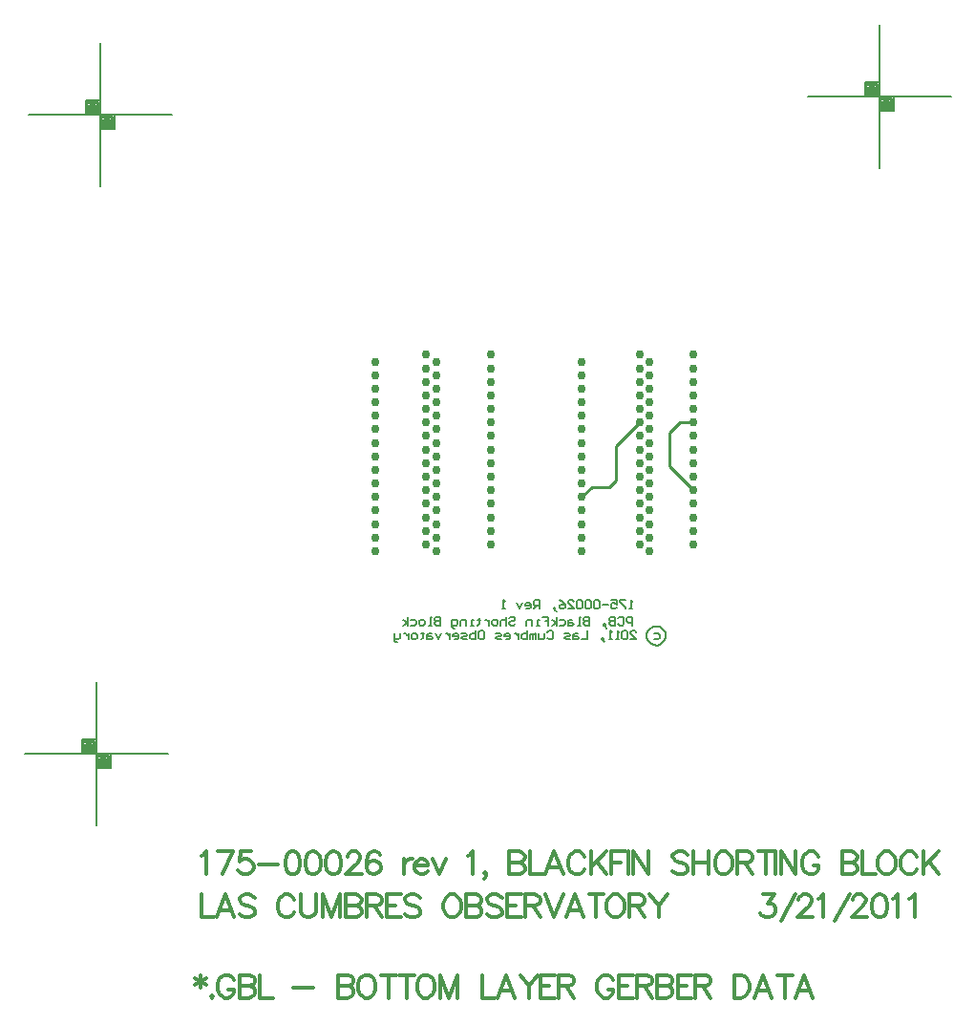
<source format=gbl>
%FSLAX23Y23*%
%MOIN*%
G70*
G01*
G75*
G04 Layer_Physical_Order=2*
G04 Layer_Color=16711680*
%ADD10R,0.067X0.014*%
%ADD11C,0.010*%
%ADD12C,0.012*%
%ADD13C,0.008*%
%ADD14C,0.012*%
%ADD15C,0.012*%
%ADD16C,0.030*%
%ADD17C,0.007*%
%ADD18C,0.005*%
D11*
X16062Y10649D02*
X16097Y10684D01*
X16156D01*
X16180Y10708D01*
Y10826D01*
X16263Y10909D01*
X16404D02*
X16451D01*
X16369Y10873D02*
X16404Y10909D01*
X16369Y10755D02*
Y10873D01*
Y10755D02*
X16451Y10673D01*
D12*
X14731Y8981D02*
Y8935D01*
X14712Y8970D02*
X14750Y8947D01*
Y8970D02*
X14712Y8947D01*
X14770Y8909D02*
X14766Y8905D01*
X14770Y8901D01*
X14774Y8905D01*
X14770Y8909D01*
X14848Y8962D02*
X14844Y8970D01*
X14837Y8977D01*
X14829Y8981D01*
X14814D01*
X14806Y8977D01*
X14799Y8970D01*
X14795Y8962D01*
X14791Y8951D01*
Y8931D01*
X14795Y8920D01*
X14799Y8912D01*
X14806Y8905D01*
X14814Y8901D01*
X14829D01*
X14837Y8905D01*
X14844Y8912D01*
X14848Y8920D01*
Y8931D01*
X14829D02*
X14848D01*
X14867Y8981D02*
Y8901D01*
Y8981D02*
X14901D01*
X14912Y8977D01*
X14916Y8973D01*
X14920Y8966D01*
Y8958D01*
X14916Y8951D01*
X14912Y8947D01*
X14901Y8943D01*
X14867D02*
X14901D01*
X14912Y8939D01*
X14916Y8935D01*
X14920Y8928D01*
Y8916D01*
X14916Y8909D01*
X14912Y8905D01*
X14901Y8901D01*
X14867D01*
X14938Y8981D02*
Y8901D01*
X14983D01*
X15055Y8935D02*
X15124D01*
X15210Y8981D02*
Y8901D01*
Y8981D02*
X15244D01*
X15256Y8977D01*
X15260Y8973D01*
X15263Y8966D01*
Y8958D01*
X15260Y8951D01*
X15256Y8947D01*
X15244Y8943D01*
X15210D02*
X15244D01*
X15256Y8939D01*
X15260Y8935D01*
X15263Y8928D01*
Y8916D01*
X15260Y8909D01*
X15256Y8905D01*
X15244Y8901D01*
X15210D01*
X15304Y8981D02*
X15297Y8977D01*
X15289Y8970D01*
X15285Y8962D01*
X15281Y8951D01*
Y8931D01*
X15285Y8920D01*
X15289Y8912D01*
X15297Y8905D01*
X15304Y8901D01*
X15319D01*
X15327Y8905D01*
X15335Y8912D01*
X15338Y8920D01*
X15342Y8931D01*
Y8951D01*
X15338Y8962D01*
X15335Y8970D01*
X15327Y8977D01*
X15319Y8981D01*
X15304D01*
X15388D02*
Y8901D01*
X15361Y8981D02*
X15414D01*
X15450D02*
Y8901D01*
X15424Y8981D02*
X15477D01*
X15509D02*
X15502Y8977D01*
X15494Y8970D01*
X15490Y8962D01*
X15487Y8951D01*
Y8931D01*
X15490Y8920D01*
X15494Y8912D01*
X15502Y8905D01*
X15509Y8901D01*
X15525D01*
X15532Y8905D01*
X15540Y8912D01*
X15544Y8920D01*
X15548Y8931D01*
Y8951D01*
X15544Y8962D01*
X15540Y8970D01*
X15532Y8977D01*
X15525Y8981D01*
X15509D01*
X15566D02*
Y8901D01*
Y8981D02*
X15597Y8901D01*
X15627Y8981D02*
X15597Y8901D01*
X15627Y8981D02*
Y8901D01*
X15713Y8981D02*
Y8901D01*
X15759D01*
X15828D02*
X15798Y8981D01*
X15767Y8901D01*
X15779Y8928D02*
X15817D01*
X15847Y8981D02*
X15877Y8943D01*
Y8901D01*
X15908Y8981D02*
X15877Y8943D01*
X15968Y8981D02*
X15918D01*
Y8901D01*
X15968D01*
X15918Y8943D02*
X15949D01*
X15981Y8981D02*
Y8901D01*
Y8981D02*
X16015D01*
X16027Y8977D01*
X16030Y8973D01*
X16034Y8966D01*
Y8958D01*
X16030Y8951D01*
X16027Y8947D01*
X16015Y8943D01*
X15981D01*
X16008D02*
X16034Y8901D01*
X16172Y8962D02*
X16168Y8970D01*
X16161Y8977D01*
X16153Y8981D01*
X16138D01*
X16130Y8977D01*
X16123Y8970D01*
X16119Y8962D01*
X16115Y8951D01*
Y8931D01*
X16119Y8920D01*
X16123Y8912D01*
X16130Y8905D01*
X16138Y8901D01*
X16153D01*
X16161Y8905D01*
X16168Y8912D01*
X16172Y8920D01*
Y8931D01*
X16153D02*
X16172D01*
X16240Y8981D02*
X16190D01*
Y8901D01*
X16240D01*
X16190Y8943D02*
X16221D01*
X16253Y8981D02*
Y8901D01*
Y8981D02*
X16288D01*
X16299Y8977D01*
X16303Y8973D01*
X16307Y8966D01*
Y8958D01*
X16303Y8951D01*
X16299Y8947D01*
X16288Y8943D01*
X16253D01*
X16280D02*
X16307Y8901D01*
X16325Y8981D02*
Y8901D01*
Y8981D02*
X16359D01*
X16370Y8977D01*
X16374Y8973D01*
X16378Y8966D01*
Y8958D01*
X16374Y8951D01*
X16370Y8947D01*
X16359Y8943D01*
X16325D02*
X16359D01*
X16370Y8939D01*
X16374Y8935D01*
X16378Y8928D01*
Y8916D01*
X16374Y8909D01*
X16370Y8905D01*
X16359Y8901D01*
X16325D01*
X16445Y8981D02*
X16396D01*
Y8901D01*
X16445D01*
X16396Y8943D02*
X16426D01*
X16459Y8981D02*
Y8901D01*
Y8981D02*
X16493D01*
X16504Y8977D01*
X16508Y8973D01*
X16512Y8966D01*
Y8958D01*
X16508Y8951D01*
X16504Y8947D01*
X16493Y8943D01*
X16459D01*
X16485D02*
X16512Y8901D01*
X16593Y8981D02*
Y8901D01*
Y8981D02*
X16619D01*
X16631Y8977D01*
X16638Y8970D01*
X16642Y8962D01*
X16646Y8951D01*
Y8931D01*
X16642Y8920D01*
X16638Y8912D01*
X16631Y8905D01*
X16619Y8901D01*
X16593D01*
X16725D02*
X16694Y8981D01*
X16664Y8901D01*
X16675Y8928D02*
X16713D01*
X16770Y8981D02*
Y8901D01*
X16743Y8981D02*
X16797D01*
X16867Y8901D02*
X16837Y8981D01*
X16806Y8901D01*
X16818Y8928D02*
X16856D01*
D13*
X14130Y11983D02*
X14630D01*
X14380Y11733D02*
Y12233D01*
X14330Y11983D02*
Y12033D01*
X14380D01*
X14430Y11933D02*
Y11983D01*
X14380Y11933D02*
X14430D01*
X14385Y11978D02*
X14425D01*
Y11938D02*
Y11978D01*
X14385Y11938D02*
X14425D01*
X14385D02*
Y11978D01*
X14390Y11973D02*
X14420D01*
Y11943D02*
Y11973D01*
X14390Y11943D02*
X14420D01*
X14390D02*
Y11968D01*
X14395D02*
X14415D01*
Y11948D02*
Y11968D01*
X14395Y11948D02*
X14415D01*
X14395D02*
Y11963D01*
X14400D02*
X14410D01*
Y11953D02*
Y11963D01*
X14400Y11953D02*
X14410D01*
X14400D02*
Y11963D01*
Y11958D02*
X14410D01*
X14335Y12028D02*
X14375D01*
Y11988D02*
Y12028D01*
X14335Y11988D02*
X14375D01*
X14335D02*
Y12028D01*
X14340Y12023D02*
X14370D01*
Y11993D02*
Y12023D01*
X14340Y11993D02*
X14370D01*
X14340D02*
Y12018D01*
X14345D02*
X14365D01*
Y11998D02*
Y12018D01*
X14345Y11998D02*
X14365D01*
X14345D02*
Y12013D01*
X14350D02*
X14360D01*
Y12003D02*
Y12013D01*
X14350Y12003D02*
X14360D01*
X14350D02*
Y12013D01*
Y12008D02*
X14360D01*
X16850Y12046D02*
X17350D01*
X17100Y11796D02*
Y12296D01*
X17050Y12046D02*
Y12096D01*
X17100D01*
X17150Y11996D02*
Y12046D01*
X17100Y11996D02*
X17150D01*
X17105Y12041D02*
X17145D01*
Y12001D02*
Y12041D01*
X17105Y12001D02*
X17145D01*
X17105D02*
Y12041D01*
X17110Y12036D02*
X17140D01*
Y12006D02*
Y12036D01*
X17110Y12006D02*
X17140D01*
X17110D02*
Y12031D01*
X17115D02*
X17135D01*
Y12011D02*
Y12031D01*
X17115Y12011D02*
X17135D01*
X17115D02*
Y12026D01*
X17120D02*
X17130D01*
Y12016D02*
Y12026D01*
X17120Y12016D02*
X17130D01*
X17120D02*
Y12026D01*
Y12021D02*
X17130D01*
X17055Y12091D02*
X17095D01*
Y12051D02*
Y12091D01*
X17055Y12051D02*
X17095D01*
X17055D02*
Y12091D01*
X17060Y12086D02*
X17090D01*
Y12056D02*
Y12086D01*
X17060Y12056D02*
X17090D01*
X17060D02*
Y12081D01*
X17065D02*
X17085D01*
Y12061D02*
Y12081D01*
X17065Y12061D02*
X17085D01*
X17065D02*
Y12076D01*
X17070D02*
X17080D01*
Y12066D02*
Y12076D01*
X17070Y12066D02*
X17080D01*
X17070D02*
Y12076D01*
Y12071D02*
X17080D01*
X14116Y9752D02*
X14616D01*
X14366Y9502D02*
Y10002D01*
X14316Y9752D02*
Y9802D01*
X14366D01*
X14416Y9702D02*
Y9752D01*
X14366Y9702D02*
X14416D01*
X14371Y9747D02*
X14411D01*
Y9707D02*
Y9747D01*
X14371Y9707D02*
X14411D01*
X14371D02*
Y9747D01*
X14376Y9742D02*
X14406D01*
Y9712D02*
Y9742D01*
X14376Y9712D02*
X14406D01*
X14376D02*
Y9737D01*
X14381D02*
X14401D01*
Y9717D02*
Y9737D01*
X14381Y9717D02*
X14401D01*
X14381D02*
Y9732D01*
X14386D02*
X14396D01*
Y9722D02*
Y9732D01*
X14386Y9722D02*
X14396D01*
X14386D02*
Y9732D01*
Y9727D02*
X14396D01*
X14321Y9797D02*
X14361D01*
Y9757D02*
Y9797D01*
X14321Y9757D02*
X14361D01*
X14321D02*
Y9797D01*
X14326Y9792D02*
X14356D01*
Y9762D02*
Y9792D01*
X14326Y9762D02*
X14356D01*
X14326D02*
Y9787D01*
X14331D02*
X14351D01*
Y9767D02*
Y9787D01*
X14331Y9767D02*
X14351D01*
X14331D02*
Y9782D01*
X14336D02*
X14346D01*
Y9772D02*
Y9782D01*
X14336Y9772D02*
X14346D01*
X14336D02*
Y9782D01*
Y9777D02*
X14346D01*
D14*
X14733Y9262D02*
Y9182D01*
X14778D01*
X14848D02*
X14817Y9262D01*
X14787Y9182D01*
X14798Y9208D02*
X14837D01*
X14920Y9250D02*
X14912Y9258D01*
X14901Y9262D01*
X14886D01*
X14874Y9258D01*
X14867Y9250D01*
Y9243D01*
X14870Y9235D01*
X14874Y9231D01*
X14882Y9227D01*
X14905Y9220D01*
X14912Y9216D01*
X14916Y9212D01*
X14920Y9204D01*
Y9193D01*
X14912Y9185D01*
X14901Y9182D01*
X14886D01*
X14874Y9185D01*
X14867Y9193D01*
X15058Y9243D02*
X15054Y9250D01*
X15046Y9258D01*
X15039Y9262D01*
X15024D01*
X15016Y9258D01*
X15008Y9250D01*
X15005Y9243D01*
X15001Y9231D01*
Y9212D01*
X15005Y9201D01*
X15008Y9193D01*
X15016Y9185D01*
X15024Y9182D01*
X15039D01*
X15046Y9185D01*
X15054Y9193D01*
X15058Y9201D01*
X15080Y9262D02*
Y9204D01*
X15084Y9193D01*
X15092Y9185D01*
X15103Y9182D01*
X15111D01*
X15122Y9185D01*
X15130Y9193D01*
X15134Y9204D01*
Y9262D01*
X15156D02*
Y9182D01*
Y9262D02*
X15186Y9182D01*
X15217Y9262D02*
X15186Y9182D01*
X15217Y9262D02*
Y9182D01*
X15239Y9262D02*
Y9182D01*
Y9262D02*
X15274D01*
X15285Y9258D01*
X15289Y9254D01*
X15293Y9246D01*
Y9239D01*
X15289Y9231D01*
X15285Y9227D01*
X15274Y9223D01*
X15239D02*
X15274D01*
X15285Y9220D01*
X15289Y9216D01*
X15293Y9208D01*
Y9197D01*
X15289Y9189D01*
X15285Y9185D01*
X15274Y9182D01*
X15239D01*
X15311Y9262D02*
Y9182D01*
Y9262D02*
X15345D01*
X15356Y9258D01*
X15360Y9254D01*
X15364Y9246D01*
Y9239D01*
X15360Y9231D01*
X15356Y9227D01*
X15345Y9223D01*
X15311D01*
X15337D02*
X15364Y9182D01*
X15431Y9262D02*
X15382D01*
Y9182D01*
X15431D01*
X15382Y9223D02*
X15412D01*
X15498Y9250D02*
X15490Y9258D01*
X15479Y9262D01*
X15464D01*
X15452Y9258D01*
X15445Y9250D01*
Y9243D01*
X15449Y9235D01*
X15452Y9231D01*
X15460Y9227D01*
X15483Y9220D01*
X15490Y9216D01*
X15494Y9212D01*
X15498Y9204D01*
Y9193D01*
X15490Y9185D01*
X15479Y9182D01*
X15464D01*
X15452Y9185D01*
X15445Y9193D01*
X15602Y9262D02*
X15594Y9258D01*
X15586Y9250D01*
X15583Y9243D01*
X15579Y9231D01*
Y9212D01*
X15583Y9201D01*
X15586Y9193D01*
X15594Y9185D01*
X15602Y9182D01*
X15617D01*
X15625Y9185D01*
X15632Y9193D01*
X15636Y9201D01*
X15640Y9212D01*
Y9231D01*
X15636Y9243D01*
X15632Y9250D01*
X15625Y9258D01*
X15617Y9262D01*
X15602D01*
X15658D02*
Y9182D01*
Y9262D02*
X15693D01*
X15704Y9258D01*
X15708Y9254D01*
X15712Y9246D01*
Y9239D01*
X15708Y9231D01*
X15704Y9227D01*
X15693Y9223D01*
X15658D02*
X15693D01*
X15704Y9220D01*
X15708Y9216D01*
X15712Y9208D01*
Y9197D01*
X15708Y9189D01*
X15704Y9185D01*
X15693Y9182D01*
X15658D01*
X15783Y9250D02*
X15775Y9258D01*
X15764Y9262D01*
X15749D01*
X15737Y9258D01*
X15730Y9250D01*
Y9243D01*
X15733Y9235D01*
X15737Y9231D01*
X15745Y9227D01*
X15768Y9220D01*
X15775Y9216D01*
X15779Y9212D01*
X15783Y9204D01*
Y9193D01*
X15775Y9185D01*
X15764Y9182D01*
X15749D01*
X15737Y9185D01*
X15730Y9193D01*
X15850Y9262D02*
X15801D01*
Y9182D01*
X15850D01*
X15801Y9223D02*
X15831D01*
X15864Y9262D02*
Y9182D01*
Y9262D02*
X15898D01*
X15909Y9258D01*
X15913Y9254D01*
X15917Y9246D01*
Y9239D01*
X15913Y9231D01*
X15909Y9227D01*
X15898Y9223D01*
X15864D01*
X15890D02*
X15917Y9182D01*
X15935Y9262D02*
X15965Y9182D01*
X15996Y9262D02*
X15965Y9182D01*
X16067D02*
X16037Y9262D01*
X16006Y9182D01*
X16018Y9208D02*
X16056D01*
X16112Y9262D02*
Y9182D01*
X16086Y9262D02*
X16139D01*
X16171D02*
X16164Y9258D01*
X16156Y9250D01*
X16152Y9243D01*
X16149Y9231D01*
Y9212D01*
X16152Y9201D01*
X16156Y9193D01*
X16164Y9185D01*
X16171Y9182D01*
X16187D01*
X16194Y9185D01*
X16202Y9193D01*
X16206Y9201D01*
X16210Y9212D01*
Y9231D01*
X16206Y9243D01*
X16202Y9250D01*
X16194Y9258D01*
X16187Y9262D01*
X16171D01*
X16228D02*
Y9182D01*
Y9262D02*
X16263D01*
X16274Y9258D01*
X16278Y9254D01*
X16282Y9246D01*
Y9239D01*
X16278Y9231D01*
X16274Y9227D01*
X16263Y9223D01*
X16228D01*
X16255D02*
X16282Y9182D01*
X16299Y9262D02*
X16330Y9223D01*
Y9182D01*
X16360Y9262D02*
X16330Y9223D01*
X16693Y9262D02*
X16734D01*
X16712Y9231D01*
X16723D01*
X16731Y9227D01*
X16734Y9223D01*
X16738Y9212D01*
Y9204D01*
X16734Y9193D01*
X16727Y9185D01*
X16715Y9182D01*
X16704D01*
X16693Y9185D01*
X16689Y9189D01*
X16685Y9197D01*
X16756Y9170D02*
X16809Y9262D01*
X16819Y9243D02*
Y9246D01*
X16822Y9254D01*
X16826Y9258D01*
X16834Y9262D01*
X16849D01*
X16857Y9258D01*
X16860Y9254D01*
X16864Y9246D01*
Y9239D01*
X16860Y9231D01*
X16853Y9220D01*
X16815Y9182D01*
X16868D01*
X16886Y9246D02*
X16894Y9250D01*
X16905Y9262D01*
Y9182D01*
X16945Y9170D02*
X16998Y9262D01*
X17007Y9243D02*
Y9246D01*
X17011Y9254D01*
X17015Y9258D01*
X17022Y9262D01*
X17038D01*
X17045Y9258D01*
X17049Y9254D01*
X17053Y9246D01*
Y9239D01*
X17049Y9231D01*
X17041Y9220D01*
X17003Y9182D01*
X17057D01*
X17097Y9262D02*
X17086Y9258D01*
X17078Y9246D01*
X17075Y9227D01*
Y9216D01*
X17078Y9197D01*
X17086Y9185D01*
X17097Y9182D01*
X17105D01*
X17116Y9185D01*
X17124Y9197D01*
X17128Y9216D01*
Y9227D01*
X17124Y9246D01*
X17116Y9258D01*
X17105Y9262D01*
X17097D01*
X17146Y9246D02*
X17153Y9250D01*
X17165Y9262D01*
Y9182D01*
X17204Y9246D02*
X17212Y9250D01*
X17223Y9262D01*
Y9182D01*
D15*
X14733Y9396D02*
X14740Y9400D01*
X14752Y9412D01*
Y9332D01*
X14845Y9412D02*
X14806Y9332D01*
X14791Y9412D02*
X14845D01*
X14908D02*
X14870D01*
X14866Y9377D01*
X14870Y9381D01*
X14881Y9385D01*
X14893D01*
X14904Y9381D01*
X14912Y9373D01*
X14916Y9362D01*
Y9354D01*
X14912Y9343D01*
X14904Y9335D01*
X14893Y9332D01*
X14881D01*
X14870Y9335D01*
X14866Y9339D01*
X14862Y9347D01*
X14934Y9366D02*
X15002D01*
X15049Y9412D02*
X15037Y9408D01*
X15030Y9396D01*
X15026Y9377D01*
Y9366D01*
X15030Y9347D01*
X15037Y9335D01*
X15049Y9332D01*
X15056D01*
X15068Y9335D01*
X15075Y9347D01*
X15079Y9366D01*
Y9377D01*
X15075Y9396D01*
X15068Y9408D01*
X15056Y9412D01*
X15049D01*
X15120D02*
X15108Y9408D01*
X15101Y9396D01*
X15097Y9377D01*
Y9366D01*
X15101Y9347D01*
X15108Y9335D01*
X15120Y9332D01*
X15128D01*
X15139Y9335D01*
X15147Y9347D01*
X15150Y9366D01*
Y9377D01*
X15147Y9396D01*
X15139Y9408D01*
X15128Y9412D01*
X15120D01*
X15191D02*
X15180Y9408D01*
X15172Y9396D01*
X15168Y9377D01*
Y9366D01*
X15172Y9347D01*
X15180Y9335D01*
X15191Y9332D01*
X15199D01*
X15210Y9335D01*
X15218Y9347D01*
X15222Y9366D01*
Y9377D01*
X15218Y9396D01*
X15210Y9408D01*
X15199Y9412D01*
X15191D01*
X15243Y9393D02*
Y9396D01*
X15247Y9404D01*
X15251Y9408D01*
X15259Y9412D01*
X15274D01*
X15281Y9408D01*
X15285Y9404D01*
X15289Y9396D01*
Y9389D01*
X15285Y9381D01*
X15278Y9370D01*
X15239Y9332D01*
X15293D01*
X15356Y9400D02*
X15353Y9408D01*
X15341Y9412D01*
X15334D01*
X15322Y9408D01*
X15315Y9396D01*
X15311Y9377D01*
Y9358D01*
X15315Y9343D01*
X15322Y9335D01*
X15334Y9332D01*
X15337D01*
X15349Y9335D01*
X15356Y9343D01*
X15360Y9354D01*
Y9358D01*
X15356Y9370D01*
X15349Y9377D01*
X15337Y9381D01*
X15334D01*
X15322Y9377D01*
X15315Y9370D01*
X15311Y9358D01*
X15441Y9385D02*
Y9332D01*
Y9362D02*
X15444Y9373D01*
X15452Y9381D01*
X15460Y9385D01*
X15471D01*
X15478Y9362D02*
X15524D01*
Y9370D01*
X15520Y9377D01*
X15516Y9381D01*
X15509Y9385D01*
X15497D01*
X15490Y9381D01*
X15482Y9373D01*
X15478Y9362D01*
Y9354D01*
X15482Y9343D01*
X15490Y9335D01*
X15497Y9332D01*
X15509D01*
X15516Y9335D01*
X15524Y9343D01*
X15541Y9385D02*
X15564Y9332D01*
X15587Y9385D02*
X15564Y9332D01*
X15663Y9396D02*
X15670Y9400D01*
X15682Y9412D01*
Y9332D01*
X15729Y9335D02*
X15725Y9332D01*
X15721Y9335D01*
X15725Y9339D01*
X15729Y9335D01*
Y9328D01*
X15725Y9320D01*
X15721Y9316D01*
X15809Y9412D02*
Y9332D01*
Y9412D02*
X15844D01*
X15855Y9408D01*
X15859Y9404D01*
X15863Y9396D01*
Y9389D01*
X15859Y9381D01*
X15855Y9377D01*
X15844Y9373D01*
X15809D02*
X15844D01*
X15855Y9370D01*
X15859Y9366D01*
X15863Y9358D01*
Y9347D01*
X15859Y9339D01*
X15855Y9335D01*
X15844Y9332D01*
X15809D01*
X15881Y9412D02*
Y9332D01*
X15926D01*
X15996D02*
X15965Y9412D01*
X15935Y9332D01*
X15946Y9358D02*
X15984D01*
X16072Y9393D02*
X16068Y9400D01*
X16060Y9408D01*
X16053Y9412D01*
X16037D01*
X16030Y9408D01*
X16022Y9400D01*
X16018Y9393D01*
X16015Y9381D01*
Y9362D01*
X16018Y9351D01*
X16022Y9343D01*
X16030Y9335D01*
X16037Y9332D01*
X16053D01*
X16060Y9335D01*
X16068Y9343D01*
X16072Y9351D01*
X16094Y9412D02*
Y9332D01*
X16147Y9412D02*
X16094Y9358D01*
X16113Y9377D02*
X16147Y9332D01*
X16165Y9412D02*
Y9332D01*
Y9412D02*
X16215D01*
X16165Y9373D02*
X16196D01*
X16224Y9412D02*
Y9332D01*
X16241Y9412D02*
Y9332D01*
Y9412D02*
X16294Y9332D01*
Y9412D02*
Y9332D01*
X16432Y9400D02*
X16425Y9408D01*
X16413Y9412D01*
X16398D01*
X16387Y9408D01*
X16379Y9400D01*
Y9393D01*
X16383Y9385D01*
X16387Y9381D01*
X16394Y9377D01*
X16417Y9370D01*
X16425Y9366D01*
X16429Y9362D01*
X16432Y9354D01*
Y9343D01*
X16425Y9335D01*
X16413Y9332D01*
X16398D01*
X16387Y9335D01*
X16379Y9343D01*
X16450Y9412D02*
Y9332D01*
X16504Y9412D02*
Y9332D01*
X16450Y9373D02*
X16504D01*
X16549Y9412D02*
X16541Y9408D01*
X16533Y9400D01*
X16530Y9393D01*
X16526Y9381D01*
Y9362D01*
X16530Y9351D01*
X16533Y9343D01*
X16541Y9335D01*
X16549Y9332D01*
X16564D01*
X16571Y9335D01*
X16579Y9343D01*
X16583Y9351D01*
X16587Y9362D01*
Y9381D01*
X16583Y9393D01*
X16579Y9400D01*
X16571Y9408D01*
X16564Y9412D01*
X16549D01*
X16605D02*
Y9332D01*
Y9412D02*
X16640D01*
X16651Y9408D01*
X16655Y9404D01*
X16659Y9396D01*
Y9389D01*
X16655Y9381D01*
X16651Y9377D01*
X16640Y9373D01*
X16605D01*
X16632D02*
X16659Y9332D01*
X16703Y9412D02*
Y9332D01*
X16677Y9412D02*
X16730D01*
X16739D02*
Y9332D01*
X16756Y9412D02*
Y9332D01*
Y9412D02*
X16809Y9332D01*
Y9412D02*
Y9332D01*
X16889Y9393D02*
X16885Y9400D01*
X16877Y9408D01*
X16870Y9412D01*
X16854D01*
X16847Y9408D01*
X16839Y9400D01*
X16835Y9393D01*
X16832Y9381D01*
Y9362D01*
X16835Y9351D01*
X16839Y9343D01*
X16847Y9335D01*
X16854Y9332D01*
X16870D01*
X16877Y9335D01*
X16885Y9343D01*
X16889Y9351D01*
Y9362D01*
X16870D02*
X16889D01*
X16970Y9412D02*
Y9332D01*
Y9412D02*
X17004D01*
X17015Y9408D01*
X17019Y9404D01*
X17023Y9396D01*
Y9389D01*
X17019Y9381D01*
X17015Y9377D01*
X17004Y9373D01*
X16970D02*
X17004D01*
X17015Y9370D01*
X17019Y9366D01*
X17023Y9358D01*
Y9347D01*
X17019Y9339D01*
X17015Y9335D01*
X17004Y9332D01*
X16970D01*
X17041Y9412D02*
Y9332D01*
X17087D01*
X17118Y9412D02*
X17111Y9408D01*
X17103Y9400D01*
X17099Y9393D01*
X17095Y9381D01*
Y9362D01*
X17099Y9351D01*
X17103Y9343D01*
X17111Y9335D01*
X17118Y9332D01*
X17134D01*
X17141Y9335D01*
X17149Y9343D01*
X17153Y9351D01*
X17156Y9362D01*
Y9381D01*
X17153Y9393D01*
X17149Y9400D01*
X17141Y9408D01*
X17134Y9412D01*
X17118D01*
X17232Y9393D02*
X17228Y9400D01*
X17221Y9408D01*
X17213Y9412D01*
X17198D01*
X17190Y9408D01*
X17183Y9400D01*
X17179Y9393D01*
X17175Y9381D01*
Y9362D01*
X17179Y9351D01*
X17183Y9343D01*
X17190Y9335D01*
X17198Y9332D01*
X17213D01*
X17221Y9335D01*
X17228Y9343D01*
X17232Y9351D01*
X17255Y9412D02*
Y9332D01*
X17308Y9412D02*
X17255Y9358D01*
X17274Y9377D02*
X17308Y9332D01*
D16*
X15743Y11098D02*
D03*
Y11145D02*
D03*
X15518D02*
D03*
X15554Y11121D02*
D03*
X15518Y11098D02*
D03*
X15554Y11074D02*
D03*
X15518Y11051D02*
D03*
X15554Y11027D02*
D03*
X15518Y11003D02*
D03*
X15554Y10980D02*
D03*
X15518Y10956D02*
D03*
X15554Y10932D02*
D03*
X15518Y10909D02*
D03*
X15554Y10885D02*
D03*
X15518Y10862D02*
D03*
X15554Y10838D02*
D03*
X15518Y10814D02*
D03*
X15554Y10791D02*
D03*
Y10743D02*
D03*
Y10696D02*
D03*
Y10649D02*
D03*
Y10602D02*
D03*
Y10554D02*
D03*
Y10507D02*
D03*
Y10460D02*
D03*
X15518Y10767D02*
D03*
Y10720D02*
D03*
Y10673D02*
D03*
Y10625D02*
D03*
Y10578D02*
D03*
Y10531D02*
D03*
Y10484D02*
D03*
X15743Y11051D02*
D03*
Y11003D02*
D03*
Y10956D02*
D03*
Y10909D02*
D03*
Y10862D02*
D03*
Y10814D02*
D03*
Y10767D02*
D03*
Y10720D02*
D03*
Y10673D02*
D03*
Y10625D02*
D03*
Y10578D02*
D03*
Y10531D02*
D03*
Y10484D02*
D03*
X15341Y11121D02*
D03*
Y11074D02*
D03*
Y11027D02*
D03*
Y10980D02*
D03*
Y10932D02*
D03*
Y10885D02*
D03*
Y10838D02*
D03*
Y10791D02*
D03*
Y10743D02*
D03*
Y10696D02*
D03*
Y10649D02*
D03*
Y10602D02*
D03*
Y10554D02*
D03*
Y10507D02*
D03*
Y10460D02*
D03*
X16451Y11145D02*
D03*
X16263D02*
D03*
X16298Y11121D02*
D03*
X16062D02*
D03*
X16263Y11098D02*
D03*
Y11051D02*
D03*
X16298Y11074D02*
D03*
Y11027D02*
D03*
X16263Y11003D02*
D03*
Y10956D02*
D03*
Y10909D02*
D03*
X16062Y11074D02*
D03*
Y11027D02*
D03*
Y10980D02*
D03*
Y10932D02*
D03*
Y10885D02*
D03*
Y10838D02*
D03*
Y10791D02*
D03*
Y10743D02*
D03*
Y10696D02*
D03*
Y10649D02*
D03*
Y10602D02*
D03*
Y10554D02*
D03*
Y10507D02*
D03*
Y10460D02*
D03*
X16263Y10862D02*
D03*
Y10814D02*
D03*
Y10767D02*
D03*
Y10720D02*
D03*
Y10673D02*
D03*
Y10625D02*
D03*
Y10578D02*
D03*
Y10531D02*
D03*
Y10484D02*
D03*
X16298Y10980D02*
D03*
Y10932D02*
D03*
Y10885D02*
D03*
Y10838D02*
D03*
Y10791D02*
D03*
Y10743D02*
D03*
Y10696D02*
D03*
Y10649D02*
D03*
Y10602D02*
D03*
Y10554D02*
D03*
Y10507D02*
D03*
Y10460D02*
D03*
X16451Y11098D02*
D03*
Y11051D02*
D03*
Y11003D02*
D03*
Y10956D02*
D03*
Y10909D02*
D03*
Y10862D02*
D03*
Y10814D02*
D03*
Y10767D02*
D03*
Y10720D02*
D03*
Y10673D02*
D03*
Y10625D02*
D03*
Y10578D02*
D03*
Y10531D02*
D03*
Y10484D02*
D03*
D17*
X16355Y10165D02*
X16353Y10175D01*
X16349Y10183D01*
X16342Y10191D01*
X16334Y10196D01*
X16324Y10198D01*
X16314Y10197D01*
X16305Y10194D01*
X16297Y10187D01*
X16291Y10179D01*
X16289Y10170D01*
Y10160D01*
X16291Y10150D01*
X16297Y10142D01*
X16305Y10136D01*
X16314Y10132D01*
X16324Y10131D01*
X16334Y10134D01*
X16342Y10139D01*
X16349Y10146D01*
X16353Y10155D01*
X16355Y10165D01*
D18*
X16231Y10153D02*
X16251D01*
X16231Y10173D01*
Y10178D01*
X16236Y10183D01*
X16246D01*
X16251Y10178D01*
X16221D02*
X16216Y10183D01*
X16206D01*
X16201Y10178D01*
Y10158D01*
X16206Y10153D01*
X16216D01*
X16221Y10158D01*
Y10178D01*
X16191Y10153D02*
X16181D01*
X16186D01*
Y10183D01*
X16191Y10178D01*
X16166Y10153D02*
X16156D01*
X16161D01*
Y10183D01*
X16166Y10178D01*
X16136Y10148D02*
X16131Y10153D01*
Y10158D01*
X16136D01*
Y10153D01*
X16131D01*
X16136Y10148D01*
X16141Y10143D01*
X16081Y10183D02*
Y10153D01*
X16061D01*
X16046Y10173D02*
X16036D01*
X16031Y10168D01*
Y10153D01*
X16046D01*
X16051Y10158D01*
X16046Y10163D01*
X16031D01*
X16021Y10153D02*
X16006D01*
X16001Y10158D01*
X16006Y10163D01*
X16016D01*
X16021Y10168D01*
X16016Y10173D01*
X16001D01*
X15941Y10178D02*
X15946Y10183D01*
X15956D01*
X15961Y10178D01*
Y10158D01*
X15956Y10153D01*
X15946D01*
X15941Y10158D01*
X15931Y10173D02*
Y10158D01*
X15926Y10153D01*
X15911D01*
Y10173D01*
X15901Y10153D02*
Y10173D01*
X15896D01*
X15891Y10168D01*
Y10153D01*
Y10168D01*
X15886Y10173D01*
X15881Y10168D01*
Y10153D01*
X15871Y10183D02*
Y10153D01*
X15856D01*
X15851Y10158D01*
Y10163D01*
Y10168D01*
X15856Y10173D01*
X15871D01*
X15841D02*
Y10153D01*
Y10163D01*
X15836Y10168D01*
X15831Y10173D01*
X15826D01*
X15796Y10153D02*
X15806D01*
X15811Y10158D01*
Y10168D01*
X15806Y10173D01*
X15796D01*
X15791Y10168D01*
Y10163D01*
X15811D01*
X15781Y10153D02*
X15766D01*
X15761Y10158D01*
X15766Y10163D01*
X15776D01*
X15781Y10168D01*
X15776Y10173D01*
X15761D01*
X15706Y10183D02*
X15716D01*
X15721Y10178D01*
Y10158D01*
X15716Y10153D01*
X15706D01*
X15701Y10158D01*
Y10178D01*
X15706Y10183D01*
X15691D02*
Y10153D01*
X15676D01*
X15671Y10158D01*
Y10163D01*
Y10168D01*
X15676Y10173D01*
X15691D01*
X15661Y10153D02*
X15646D01*
X15641Y10158D01*
X15646Y10163D01*
X15656D01*
X15661Y10168D01*
X15656Y10173D01*
X15641D01*
X15616Y10153D02*
X15626D01*
X15631Y10158D01*
Y10168D01*
X15626Y10173D01*
X15616D01*
X15611Y10168D01*
Y10163D01*
X15631D01*
X15601Y10173D02*
Y10153D01*
Y10163D01*
X15596Y10168D01*
X15591Y10173D01*
X15586D01*
X15571D02*
X15561Y10153D01*
X15551Y10173D01*
X15536D02*
X15526D01*
X15521Y10168D01*
Y10153D01*
X15536D01*
X15541Y10158D01*
X15536Y10163D01*
X15521D01*
X15506Y10178D02*
Y10173D01*
X15511D01*
X15501D01*
X15506D01*
Y10158D01*
X15501Y10153D01*
X15481D02*
X15471D01*
X15466Y10158D01*
Y10168D01*
X15471Y10173D01*
X15481D01*
X15486Y10168D01*
Y10158D01*
X15481Y10153D01*
X15456Y10173D02*
Y10153D01*
Y10163D01*
X15451Y10168D01*
X15446Y10173D01*
X15441D01*
X15426D02*
Y10158D01*
X15421Y10153D01*
X15406D01*
Y10148D01*
X15411Y10143D01*
X15416D01*
X15406Y10153D02*
Y10173D01*
X16313D02*
X16328D01*
X16333Y10168D01*
Y10158D01*
X16328Y10153D01*
X16313D01*
X16239Y10200D02*
Y10230D01*
X16224D01*
X16219Y10225D01*
Y10215D01*
X16224Y10210D01*
X16239D01*
X16189Y10225D02*
X16194Y10230D01*
X16204D01*
X16209Y10225D01*
Y10205D01*
X16204Y10200D01*
X16194D01*
X16189Y10205D01*
X16179Y10230D02*
Y10200D01*
X16164D01*
X16159Y10205D01*
Y10210D01*
X16164Y10215D01*
X16179D01*
X16164D01*
X16159Y10220D01*
Y10225D01*
X16164Y10230D01*
X16179D01*
X16144Y10195D02*
X16139Y10200D01*
Y10205D01*
X16144D01*
Y10200D01*
X16139D01*
X16144Y10195D01*
X16149Y10190D01*
X16089Y10230D02*
Y10200D01*
X16074D01*
X16069Y10205D01*
Y10210D01*
X16074Y10215D01*
X16089D01*
X16074D01*
X16069Y10220D01*
Y10225D01*
X16074Y10230D01*
X16089D01*
X16059Y10200D02*
X16049D01*
X16054D01*
Y10230D01*
X16059D01*
X16029Y10220D02*
X16019D01*
X16014Y10215D01*
Y10200D01*
X16029D01*
X16034Y10205D01*
X16029Y10210D01*
X16014D01*
X15984Y10220D02*
X15999D01*
X16004Y10215D01*
Y10205D01*
X15999Y10200D01*
X15984D01*
X15974D02*
Y10230D01*
Y10210D02*
X15959Y10220D01*
X15974Y10210D02*
X15959Y10200D01*
X15924Y10230D02*
X15944D01*
Y10215D01*
X15934D01*
X15944D01*
Y10200D01*
X15914D02*
X15904D01*
X15909D01*
Y10220D01*
X15914D01*
X15889Y10200D02*
Y10220D01*
X15874D01*
X15869Y10215D01*
Y10200D01*
X15809Y10225D02*
X15814Y10230D01*
X15824D01*
X15829Y10225D01*
Y10220D01*
X15824Y10215D01*
X15814D01*
X15809Y10210D01*
Y10205D01*
X15814Y10200D01*
X15824D01*
X15829Y10205D01*
X15799Y10230D02*
Y10200D01*
Y10215D01*
X15794Y10220D01*
X15784D01*
X15779Y10215D01*
Y10200D01*
X15764D02*
X15754D01*
X15749Y10205D01*
Y10215D01*
X15754Y10220D01*
X15764D01*
X15769Y10215D01*
Y10205D01*
X15764Y10200D01*
X15739Y10220D02*
Y10200D01*
Y10210D01*
X15734Y10215D01*
X15729Y10220D01*
X15724D01*
X15704Y10225D02*
Y10220D01*
X15709D01*
X15699D01*
X15704D01*
Y10205D01*
X15699Y10200D01*
X15684D02*
X15674D01*
X15679D01*
Y10220D01*
X15684D01*
X15659Y10200D02*
Y10220D01*
X15644D01*
X15639Y10215D01*
Y10200D01*
X15619Y10190D02*
X15614D01*
X15609Y10195D01*
Y10220D01*
X15624D01*
X15629Y10215D01*
Y10205D01*
X15624Y10200D01*
X15609D01*
X15569Y10230D02*
Y10200D01*
X15554D01*
X15549Y10205D01*
Y10210D01*
X15554Y10215D01*
X15569D01*
X15554D01*
X15549Y10220D01*
Y10225D01*
X15554Y10230D01*
X15569D01*
X15539Y10200D02*
X15529D01*
X15534D01*
Y10230D01*
X15539D01*
X15509Y10200D02*
X15499D01*
X15494Y10205D01*
Y10215D01*
X15499Y10220D01*
X15509D01*
X15514Y10215D01*
Y10205D01*
X15509Y10200D01*
X15464Y10220D02*
X15479D01*
X15484Y10215D01*
Y10205D01*
X15479Y10200D01*
X15464D01*
X15454D02*
Y10230D01*
Y10210D02*
X15439Y10220D01*
X15454Y10210D02*
X15439Y10200D01*
X16239Y10259D02*
X16229D01*
X16234D01*
Y10289D01*
X16239Y10284D01*
X16214Y10289D02*
X16194D01*
Y10284D01*
X16214Y10264D01*
Y10259D01*
X16164Y10289D02*
X16184D01*
Y10274D01*
X16174Y10279D01*
X16169D01*
X16164Y10274D01*
Y10264D01*
X16169Y10259D01*
X16179D01*
X16184Y10264D01*
X16154Y10274D02*
X16134D01*
X16124Y10284D02*
X16119Y10289D01*
X16109D01*
X16104Y10284D01*
Y10264D01*
X16109Y10259D01*
X16119D01*
X16124Y10264D01*
Y10284D01*
X16094D02*
X16089Y10289D01*
X16079D01*
X16074Y10284D01*
Y10264D01*
X16079Y10259D01*
X16089D01*
X16094Y10264D01*
Y10284D01*
X16064D02*
X16059Y10289D01*
X16049D01*
X16044Y10284D01*
Y10264D01*
X16049Y10259D01*
X16059D01*
X16064Y10264D01*
Y10284D01*
X16014Y10259D02*
X16034D01*
X16014Y10279D01*
Y10284D01*
X16019Y10289D01*
X16029D01*
X16034Y10284D01*
X15984Y10289D02*
X15994Y10284D01*
X16004Y10274D01*
Y10264D01*
X15999Y10259D01*
X15989D01*
X15984Y10264D01*
Y10269D01*
X15989Y10274D01*
X16004D01*
X15969Y10254D02*
X15964Y10259D01*
Y10264D01*
X15969D01*
Y10259D01*
X15964D01*
X15969Y10254D01*
X15974Y10249D01*
X15914Y10259D02*
Y10289D01*
X15899D01*
X15894Y10284D01*
Y10274D01*
X15899Y10269D01*
X15914D01*
X15904D02*
X15894Y10259D01*
X15869D02*
X15879D01*
X15884Y10264D01*
Y10274D01*
X15879Y10279D01*
X15869D01*
X15864Y10274D01*
Y10269D01*
X15884D01*
X15854Y10279D02*
X15844Y10259D01*
X15834Y10279D01*
X15794Y10259D02*
X15784D01*
X15789D01*
Y10289D01*
X15794Y10284D01*
M02*

</source>
